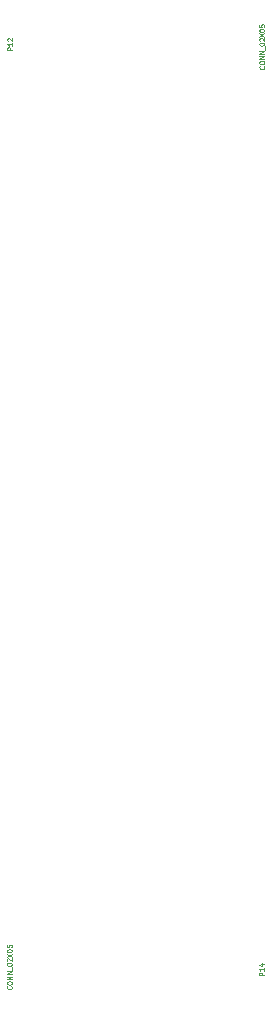
<source format=gbo>
%TF.GenerationSoftware,KiCad,Pcbnew,4.0.1-stable*%
%TF.CreationDate,2016-01-20T20:58:58+01:00*%
%TF.ProjectId,main_board,6D61696E5F626F6172642E6B69636164,rev?*%
%TF.FileFunction,Legend,Bot*%
%FSLAX46Y46*%
G04 Gerber Fmt 4.6, Leading zero omitted, Abs format (unit mm)*
G04 Created by KiCad (PCBNEW 4.0.1-stable) date Wed 20 Jan 2016 08:58:58 PM CET*
%MOMM*%
G01*
G04 APERTURE LIST*
%ADD10C,0.100000*%
%ADD11C,0.088900*%
G04 APERTURE END LIST*
D10*
D11*
X106343148Y-84872286D02*
X105936748Y-84872286D01*
X105936748Y-84717467D01*
X105956100Y-84678762D01*
X105975452Y-84659410D01*
X106014157Y-84640058D01*
X106072214Y-84640058D01*
X106110919Y-84659410D01*
X106130271Y-84678762D01*
X106149624Y-84717467D01*
X106149624Y-84872286D01*
X106343148Y-84253010D02*
X106343148Y-84485238D01*
X106343148Y-84369124D02*
X105936748Y-84369124D01*
X105994805Y-84407829D01*
X106033510Y-84446534D01*
X106052862Y-84485238D01*
X105975452Y-84098190D02*
X105956100Y-84078838D01*
X105936748Y-84040133D01*
X105936748Y-83943371D01*
X105956100Y-83904667D01*
X105975452Y-83885314D01*
X106014157Y-83865962D01*
X106052862Y-83865962D01*
X106110919Y-83885314D01*
X106343148Y-84117543D01*
X106343148Y-83865962D01*
X127640443Y-86217277D02*
X127659795Y-86236629D01*
X127679148Y-86294686D01*
X127679148Y-86333391D01*
X127659795Y-86391448D01*
X127621090Y-86430153D01*
X127582386Y-86449505D01*
X127504976Y-86468857D01*
X127446919Y-86468857D01*
X127369510Y-86449505D01*
X127330805Y-86430153D01*
X127292100Y-86391448D01*
X127272748Y-86333391D01*
X127272748Y-86294686D01*
X127292100Y-86236629D01*
X127311452Y-86217277D01*
X127272748Y-85965696D02*
X127272748Y-85888286D01*
X127292100Y-85849581D01*
X127330805Y-85810877D01*
X127408214Y-85791524D01*
X127543681Y-85791524D01*
X127621090Y-85810877D01*
X127659795Y-85849581D01*
X127679148Y-85888286D01*
X127679148Y-85965696D01*
X127659795Y-86004400D01*
X127621090Y-86043105D01*
X127543681Y-86062457D01*
X127408214Y-86062457D01*
X127330805Y-86043105D01*
X127292100Y-86004400D01*
X127272748Y-85965696D01*
X127679148Y-85617353D02*
X127272748Y-85617353D01*
X127679148Y-85385125D01*
X127272748Y-85385125D01*
X127679148Y-85191601D02*
X127272748Y-85191601D01*
X127679148Y-84959373D01*
X127272748Y-84959373D01*
X127717852Y-84862611D02*
X127717852Y-84552973D01*
X127272748Y-84378802D02*
X127272748Y-84340097D01*
X127292100Y-84301392D01*
X127311452Y-84282040D01*
X127350157Y-84262687D01*
X127427567Y-84243335D01*
X127524329Y-84243335D01*
X127601738Y-84262687D01*
X127640443Y-84282040D01*
X127659795Y-84301392D01*
X127679148Y-84340097D01*
X127679148Y-84378802D01*
X127659795Y-84417506D01*
X127640443Y-84436859D01*
X127601738Y-84456211D01*
X127524329Y-84475563D01*
X127427567Y-84475563D01*
X127350157Y-84456211D01*
X127311452Y-84436859D01*
X127292100Y-84417506D01*
X127272748Y-84378802D01*
X127311452Y-84088515D02*
X127292100Y-84069163D01*
X127272748Y-84030458D01*
X127272748Y-83933696D01*
X127292100Y-83894992D01*
X127311452Y-83875639D01*
X127350157Y-83856287D01*
X127388862Y-83856287D01*
X127446919Y-83875639D01*
X127679148Y-84107868D01*
X127679148Y-83856287D01*
X127272748Y-83720820D02*
X127679148Y-83449887D01*
X127272748Y-83449887D02*
X127679148Y-83720820D01*
X127272748Y-83217658D02*
X127272748Y-83178953D01*
X127292100Y-83140248D01*
X127311452Y-83120896D01*
X127350157Y-83101543D01*
X127427567Y-83082191D01*
X127524329Y-83082191D01*
X127601738Y-83101543D01*
X127640443Y-83120896D01*
X127659795Y-83140248D01*
X127679148Y-83178953D01*
X127679148Y-83217658D01*
X127659795Y-83256362D01*
X127640443Y-83275715D01*
X127601738Y-83295067D01*
X127524329Y-83314419D01*
X127427567Y-83314419D01*
X127350157Y-83295067D01*
X127311452Y-83275715D01*
X127292100Y-83256362D01*
X127272748Y-83217658D01*
X127272748Y-82714495D02*
X127272748Y-82908019D01*
X127466271Y-82927371D01*
X127446919Y-82908019D01*
X127427567Y-82869314D01*
X127427567Y-82772552D01*
X127446919Y-82733848D01*
X127466271Y-82714495D01*
X127504976Y-82695143D01*
X127601738Y-82695143D01*
X127640443Y-82714495D01*
X127659795Y-82733848D01*
X127679148Y-82772552D01*
X127679148Y-82869314D01*
X127659795Y-82908019D01*
X127640443Y-82927371D01*
X127641048Y-163193186D02*
X127234648Y-163193186D01*
X127234648Y-163038367D01*
X127254000Y-162999662D01*
X127273352Y-162980310D01*
X127312057Y-162960958D01*
X127370114Y-162960958D01*
X127408819Y-162980310D01*
X127428171Y-162999662D01*
X127447524Y-163038367D01*
X127447524Y-163193186D01*
X127641048Y-162573910D02*
X127641048Y-162806138D01*
X127641048Y-162690024D02*
X127234648Y-162690024D01*
X127292705Y-162728729D01*
X127331410Y-162767434D01*
X127350762Y-162806138D01*
X127370114Y-162225567D02*
X127641048Y-162225567D01*
X127215295Y-162322329D02*
X127505581Y-162419090D01*
X127505581Y-162167510D01*
X106266343Y-164131777D02*
X106285695Y-164151129D01*
X106305048Y-164209186D01*
X106305048Y-164247891D01*
X106285695Y-164305948D01*
X106246990Y-164344653D01*
X106208286Y-164364005D01*
X106130876Y-164383357D01*
X106072819Y-164383357D01*
X105995410Y-164364005D01*
X105956705Y-164344653D01*
X105918000Y-164305948D01*
X105898648Y-164247891D01*
X105898648Y-164209186D01*
X105918000Y-164151129D01*
X105937352Y-164131777D01*
X105898648Y-163880196D02*
X105898648Y-163802786D01*
X105918000Y-163764081D01*
X105956705Y-163725377D01*
X106034114Y-163706024D01*
X106169581Y-163706024D01*
X106246990Y-163725377D01*
X106285695Y-163764081D01*
X106305048Y-163802786D01*
X106305048Y-163880196D01*
X106285695Y-163918900D01*
X106246990Y-163957605D01*
X106169581Y-163976957D01*
X106034114Y-163976957D01*
X105956705Y-163957605D01*
X105918000Y-163918900D01*
X105898648Y-163880196D01*
X106305048Y-163531853D02*
X105898648Y-163531853D01*
X106305048Y-163299625D01*
X105898648Y-163299625D01*
X106305048Y-163106101D02*
X105898648Y-163106101D01*
X106305048Y-162873873D01*
X105898648Y-162873873D01*
X106343752Y-162777111D02*
X106343752Y-162467473D01*
X105898648Y-162293302D02*
X105898648Y-162254597D01*
X105918000Y-162215892D01*
X105937352Y-162196540D01*
X105976057Y-162177187D01*
X106053467Y-162157835D01*
X106150229Y-162157835D01*
X106227638Y-162177187D01*
X106266343Y-162196540D01*
X106285695Y-162215892D01*
X106305048Y-162254597D01*
X106305048Y-162293302D01*
X106285695Y-162332006D01*
X106266343Y-162351359D01*
X106227638Y-162370711D01*
X106150229Y-162390063D01*
X106053467Y-162390063D01*
X105976057Y-162370711D01*
X105937352Y-162351359D01*
X105918000Y-162332006D01*
X105898648Y-162293302D01*
X105937352Y-162003015D02*
X105918000Y-161983663D01*
X105898648Y-161944958D01*
X105898648Y-161848196D01*
X105918000Y-161809492D01*
X105937352Y-161790139D01*
X105976057Y-161770787D01*
X106014762Y-161770787D01*
X106072819Y-161790139D01*
X106305048Y-162022368D01*
X106305048Y-161770787D01*
X105898648Y-161635320D02*
X106305048Y-161364387D01*
X105898648Y-161364387D02*
X106305048Y-161635320D01*
X105898648Y-161132158D02*
X105898648Y-161093453D01*
X105918000Y-161054748D01*
X105937352Y-161035396D01*
X105976057Y-161016043D01*
X106053467Y-160996691D01*
X106150229Y-160996691D01*
X106227638Y-161016043D01*
X106266343Y-161035396D01*
X106285695Y-161054748D01*
X106305048Y-161093453D01*
X106305048Y-161132158D01*
X106285695Y-161170862D01*
X106266343Y-161190215D01*
X106227638Y-161209567D01*
X106150229Y-161228919D01*
X106053467Y-161228919D01*
X105976057Y-161209567D01*
X105937352Y-161190215D01*
X105918000Y-161170862D01*
X105898648Y-161132158D01*
X105898648Y-160628995D02*
X105898648Y-160822519D01*
X106092171Y-160841871D01*
X106072819Y-160822519D01*
X106053467Y-160783814D01*
X106053467Y-160687052D01*
X106072819Y-160648348D01*
X106092171Y-160628995D01*
X106130876Y-160609643D01*
X106227638Y-160609643D01*
X106266343Y-160628995D01*
X106285695Y-160648348D01*
X106305048Y-160687052D01*
X106305048Y-160783814D01*
X106285695Y-160822519D01*
X106266343Y-160841871D01*
M02*

</source>
